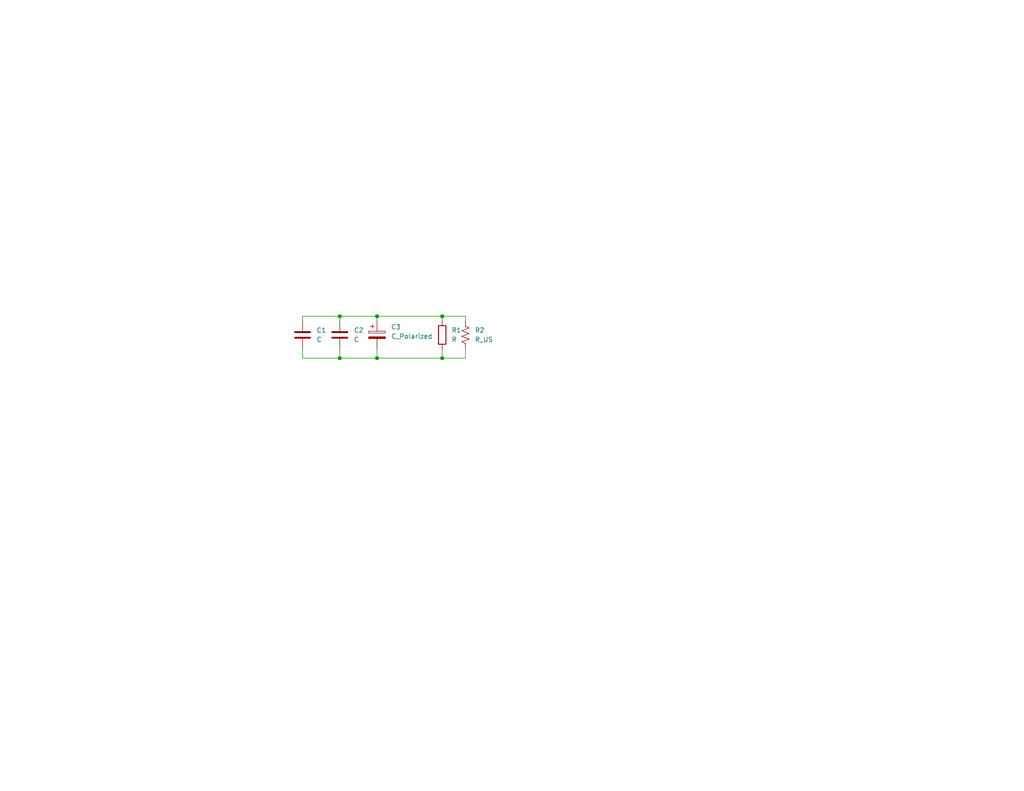
<source format=kicad_sch>
(kicad_sch (version 20211123) (generator eeschema)
  (paper "USLetter")
  (title_block (title "Test PCB - Bad PCB Lib Table") (date "2022-04-12"))
  (lib_symbols
    (symbol "Device:C" (pin_numbers hide) (pin_names (offset 0.254))
      (property "Reference" "C" (at 0.635 2.54 0))
      (property "Value" "C" (at 0.635 -2.54 0))
      (symbol "C_0_1"
        (polyline (pts (xy -2.032 -0.762) (xy 2.032 -0.762)) (stroke (width 0.508)))
        (polyline (pts (xy -2.032 0.762) (xy 2.032 0.762)) (stroke (width 0.508)))
      )
      (symbol "C_1_1"
        (pin passive line (at 0 3.81 270) (length 2.794) (name "~") (number "1"))
        (pin passive line (at 0 -3.81 90) (length 2.794) (name "~") (number "2"))
      )
    )
    (symbol "Device:C_Polarized" (pin_numbers hide) (pin_names (offset 0.254))
      (property "Reference" "C" (at 0.635 2.54 0))
      (property "Value" "C_Polarized" (at 0.635 -2.54 0))
      (symbol "C_Polarized_0_1"
        (rectangle (start -2.286 0.508) (end 2.286 1.016))
        (polyline (pts (xy -1.778 2.286) (xy -0.762 2.286)))
        (polyline (pts (xy -1.27 2.794) (xy -1.27 1.778)))
        (rectangle (start 2.286 -0.508) (end -2.286 -1.016) (fill (type outline)))
      )
      (symbol "C_Polarized_1_1"
        (pin passive line (at 0 3.81 270) (length 2.794) (name "~") (number "1"))
        (pin passive line (at 0 -3.81 90) (length 2.794) (name "~") (number "2"))
      )
    )
    (symbol "Device:R" (pin_numbers hide) (pin_names (offset 0))
      (property "Reference" "R" (at 2.032 0 90))
      (property "Value" "R" (at 0 0 90))
      (symbol "R_0_1"
        (rectangle (start -1.016 -2.54) (end 1.016 2.54) (stroke (width 0.254)))
      )
      (symbol "R_1_1"
        (pin passive line (at 0 3.81 270) (length 1.27) (name "~") (number "1"))
        (pin passive line (at 0 -3.81 90) (length 1.27) (name "~") (number "2"))
      )
    )
    (symbol "Device:R_US" (pin_numbers hide) (pin_names (offset 0))
      (property "Reference" "R" (at 2.54 0 90))
      (property "Value" "R_US" (at -2.54 0 90))
      (symbol "R_US_0_1"
        (polyline (pts (xy 0 -2.286) (xy 0 -2.54)))
        (polyline (pts (xy 0 2.286) (xy 0 2.54)))
        (polyline (pts (xy 0 -0.762) (xy 1.016 -1.143) (xy 0 -1.524) (xy -1.016 -1.905) (xy 0 -2.286)))
        (polyline (pts (xy 0 0.762) (xy 1.016 0.381) (xy 0 0) (xy -1.016 -0.381) (xy 0 -0.762)))
        (polyline (pts (xy 0 2.286) (xy 1.016 1.905) (xy 0 1.524) (xy -1.016 1.143) (xy 0 0.762)))
      )
      (symbol "R_US_1_1"
        (pin passive line (at 0 3.81 270) (length 1.27) (name "~") (number "1"))
        (pin passive line (at 0 -3.81 90) (length 1.27) (name "~") (number "2"))
      )
    )
  )
  (junction (at 120.65 86.36))
  (junction (at 102.87 86.36))
  (junction (at 92.71 86.36))
  (junction (at 92.71 97.79))
  (junction (at 102.87 97.79))
  (junction (at 120.65 97.79))
  (wire (pts (xy 82.55 97.79) (xy 92.71 97.79)))
  (wire (pts (xy 127 86.36) (xy 120.65 86.36)))
  (wire (pts (xy 102.87 97.79) (xy 120.65 97.79)))
  (wire (pts (xy 127 97.79) (xy 127 95.25)))
  (wire (pts (xy 120.65 97.79) (xy 127 97.79)))
  (wire (pts (xy 120.65 86.36) (xy 120.65 87.63)))
  (wire (pts (xy 120.65 95.25) (xy 120.65 97.79)))
  (wire (pts (xy 102.87 86.36) (xy 102.87 87.63)))
  (wire (pts (xy 82.55 95.25) (xy 82.55 97.79)))
  (wire (pts (xy 120.65 86.36) (xy 102.87 86.36)))
  (wire (pts (xy 92.71 86.36) (xy 92.71 87.63)))
  (wire (pts (xy 92.71 86.36) (xy 82.55 86.36)))
  (wire (pts (xy 82.55 86.36) (xy 82.55 87.63)))
  (wire (pts (xy 92.71 97.79) (xy 102.87 97.79)))
  (wire (pts (xy 102.87 95.25) (xy 102.87 97.79)))
  (wire (pts (xy 127 86.36) (xy 127 87.63)))
  (wire (pts (xy 92.71 95.25) (xy 92.71 97.79)))
  (wire (pts (xy 102.87 86.36) (xy 92.71 86.36)))
  (symbol (lib_id "Device:R_US") (at 127 91.44 0) (unit 1)
    (property "Reference" "R2" (at 129.54 90.1699 0) (effects (justify left)))
    (property "Value" "R_US" (at 129.54 92.7099 0) (effects (justify left)))
    (property "Footprint" "Resistor_SMD:R_4020_10251Metric_Pad1.65x5.30mm_HandSolder" (effects hide))
  )
  (symbol (lib_id "Device:C") (at 82.55 91.44 0) (unit 1)
    (property "Reference" "C1" (at 86.36 90.1699 0) (effects (justify left)))
    (property "Value" "C" (at 86.36 92.7099 0) (effects (justify left)))
    (property "Footprint" "Capacitor_SMD:C_0805_2012Metric_Pad1.18x1.45mm_HandSolder" (effects hide))
  )
  (symbol (lib_id "Device:R") (at 120.65 91.44 0) (unit 1)
    (property "Reference" "R1" (at 123.19 90.1699 0) (effects (justify left)))
    (property "Value" "R" (at 123.19 92.7099 0) (effects (justify left)))
    (property "Footprint" "Resistor_SMD:R_0612_1632Metric_Pad1.18x3.40mm_HandSolder" (effects hide))
  )
  (symbol (lib_id "Device:C") (at 92.71 91.44 0) (unit 1)
    (property "Reference" "C2" (at 96.52 90.1699 0) (effects (justify left)))
    (property "Value" "C" (at 96.52 92.7099 0) (effects (justify left)))
    (property "Footprint" "Capacitor_SMD:C_2220_5650Metric_Pad1.97x5.40mm_HandSolder" (effects hide))
  )
  (symbol (lib_id "Device:C_Polarized") (at 102.87 91.44 0) (unit 1)
    (property "Reference" "C3" (at 106.68 89.2809 0) (effects (justify left)))
    (property "Value" "C_Polarized" (at 106.68 91.8209 0) (effects (justify left)))
    (property "Footprint" "Capacitor_SMD:CP_Elec_6.3x5.3" (effects hide))
  )
)
</source>
